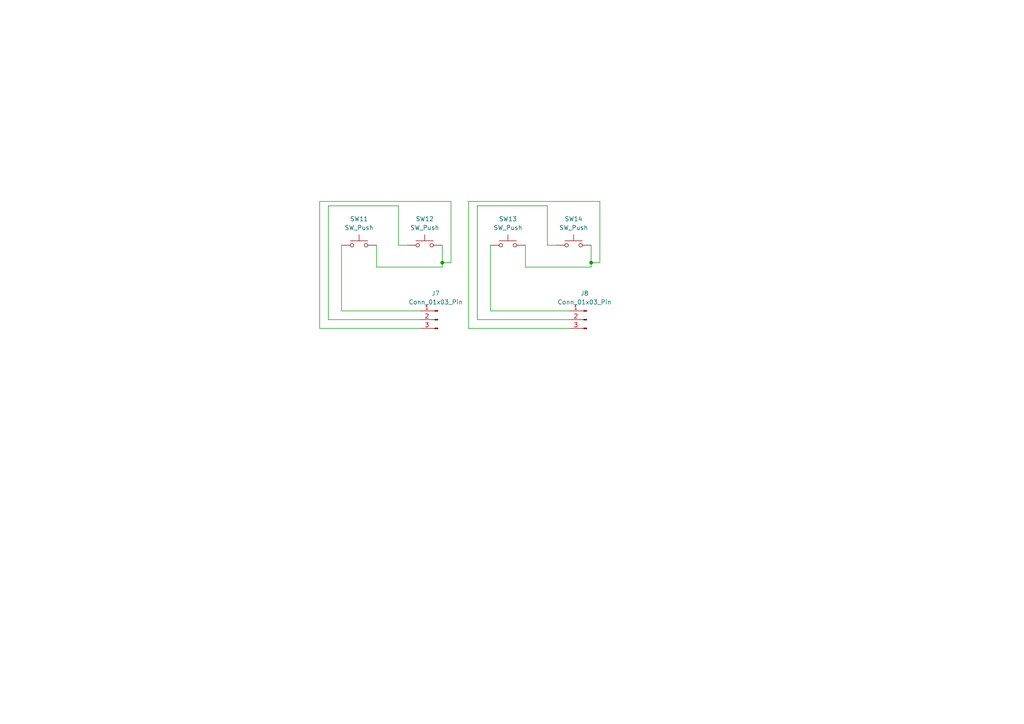
<source format=kicad_sch>
(kicad_sch (version 20230121) (generator eeschema)
  (paper "A4")
  (lib_symbols
    (symbol "Connector:Conn_01x03_Pin" (pin_names (offset 1.016) hide)
      (property "Reference" "J" (at 0 5.08 0))
      (property "Value" "Conn_01x03_Pin" (at 0 -5.08 0))
      (symbol "Conn_01x03_Pin_1_1"
        (polyline (pts (xy 1.27 -2.54) (xy 0.8636 -2.54)) (stroke (width 0.1524)))
        (polyline (pts (xy 1.27 0) (xy 0.8636 0)) (stroke (width 0.1524)))
        (polyline (pts (xy 1.27 2.54) (xy 0.8636 2.54)) (stroke (width 0.1524)))
        (rectangle (start 0.8636 -2.413) (end 0 -2.667) (stroke (width 0.1524)) (fill (type outline)))
        (rectangle (start 0.8636 0.127) (end 0 -0.127) (stroke (width 0.1524)) (fill (type outline)))
        (rectangle (start 0.8636 2.667) (end 0 2.413) (stroke (width 0.1524)) (fill (type outline)))
        (pin passive line (at 5.08 2.54 180) (length 3.81) (name "Pin_1") (number "1"))
        (pin passive line (at 5.08 0 180) (length 3.81) (name "Pin_2") (number "2"))
        (pin passive line (at 5.08 -2.54 180) (length 3.81) (name "Pin_3") (number "3"))
      )
    )
    (symbol "Switch:SW_Push" (pin_numbers hide) (pin_names (offset 1.016) hide)
      (property "Reference" "SW" (at 1.27 2.54 0))
      (property "Value" "SW_Push" (at 0 -1.524 0))
      (symbol "SW_Push_0_1"
        (circle (center -2.032 0) (radius 0.508))
        (polyline (pts (xy 0 1.27) (xy 0 3.048)))
        (polyline (pts (xy 2.54 1.27) (xy -2.54 1.27)))
        (circle (center 2.032 0) (radius 0.508))
        (pin passive line (at -5.08 0 0) (length 2.54) (name "1") (number "1"))
        (pin passive line (at 5.08 0 180) (length 2.54) (name "2") (number "2"))
      )
    )
  )
  (junction (at 171.45 76.2))
  (junction (at 128.27 76.2))
  (wire (pts (xy 158.75 59.69) (xy 158.75 71.12)))
  (wire (pts (xy 92.71 95.25) (xy 92.71 58.42)))
  (wire (pts (xy 95.25 92.71) (xy 95.25 59.69)))
  (wire (pts (xy 121.92 92.71) (xy 95.25 92.71)))
  (wire (pts (xy 165.1 95.25) (xy 135.89 95.25)))
  (wire (pts (xy 99.06 90.17) (xy 99.06 71.12)))
  (wire (pts (xy 130.81 58.42) (xy 130.81 76.2)))
  (wire (pts (xy 128.27 76.2) (xy 128.27 71.12)))
  (wire (pts (xy 152.4 77.47) (xy 171.45 77.47)))
  (wire (pts (xy 109.22 71.12) (xy 109.22 77.47)))
  (wire (pts (xy 121.92 95.25) (xy 92.71 95.25)))
  (wire (pts (xy 135.89 58.42) (xy 173.99 58.42)))
  (wire (pts (xy 138.43 59.69) (xy 158.75 59.69)))
  (wire (pts (xy 138.43 92.71) (xy 138.43 59.69)))
  (wire (pts (xy 165.1 92.71) (xy 138.43 92.71)))
  (wire (pts (xy 173.99 58.42) (xy 173.99 76.2)))
  (wire (pts (xy 115.57 71.12) (xy 118.11 71.12)))
  (wire (pts (xy 121.92 90.17) (xy 99.06 90.17)))
  (wire (pts (xy 115.57 59.69) (xy 115.57 71.12)))
  (wire (pts (xy 158.75 71.12) (xy 161.29 71.12)))
  (wire (pts (xy 165.1 90.17) (xy 142.24 90.17)))
  (wire (pts (xy 95.25 59.69) (xy 115.57 59.69)))
  (wire (pts (xy 92.71 58.42) (xy 130.81 58.42)))
  (wire (pts (xy 135.89 95.25) (xy 135.89 58.42)))
  (wire (pts (xy 142.24 90.17) (xy 142.24 71.12)))
  (wire (pts (xy 152.4 71.12) (xy 152.4 77.47)))
  (wire (pts (xy 171.45 76.2) (xy 173.99 76.2)))
  (wire (pts (xy 171.45 76.2) (xy 171.45 71.12)))
  (wire (pts (xy 171.45 77.47) (xy 171.45 76.2)))
  (wire (pts (xy 109.22 77.47) (xy 128.27 77.47)))
  (wire (pts (xy 128.27 77.47) (xy 128.27 76.2)))
  (wire (pts (xy 128.27 76.2) (xy 130.81 76.2)))
  (symbol (lib_id "Switch:SW_Push") (at 166.37 71.12 0) (unit 1)
    (property "Reference" "SW14" (at 166.37 63.5 0))
    (property "Value" "SW_Push" (at 166.37 66.04 0))
    (property "Footprint" "Button_Switch_THT:SW_PUSH_6mm_H5mm" (effects hide))
  )
  (symbol (lib_id "Switch:SW_Push") (at 147.32 71.12 0) (unit 1)
    (property "Reference" "SW13" (at 147.32 63.5 0))
    (property "Value" "SW_Push" (at 147.32 66.04 0))
    (property "Footprint" "Button_Switch_THT:SW_PUSH_6mm_H5mm" (effects hide))
  )
  (symbol (lib_id "Switch:SW_Push") (at 123.19 71.12 0) (unit 1)
    (property "Reference" "SW12" (at 123.19 63.5 0))
    (property "Value" "SW_Push" (at 123.19 66.04 0))
    (property "Footprint" "Button_Switch_THT:SW_PUSH_6mm_H5mm" (effects hide))
  )
  (symbol (lib_id "Connector:Conn_01x03_Pin") (at 170.18 92.71 0) (mirror y) (unit 1)
    (property "Reference" "J8" (at 169.545 85.09 0))
    (property "Value" "Conn_01x03_Pin" (at 169.545 87.63 0))
    (property "Footprint" "Connector_PinHeader_2.54mm:PinHeader_1x03_P2.54mm_Vertical" (effects hide))
  )
  (symbol (lib_id "Switch:SW_Push") (at 104.14 71.12 0) (unit 1)
    (property "Reference" "SW11" (at 104.14 63.5 0))
    (property "Value" "SW_Push" (at 104.14 66.04 0))
    (property "Footprint" "Button_Switch_THT:SW_PUSH_6mm_H5mm" (effects hide))
  )
  (symbol (lib_id "Connector:Conn_01x03_Pin") (at 127 92.71 0) (mirror y) (unit 1)
    (property "Reference" "J7" (at 126.365 85.09 0))
    (property "Value" "Conn_01x03_Pin" (at 126.365 87.63 0))
    (property "Footprint" "Connector_PinHeader_2.54mm:PinHeader_1x03_P2.54mm_Vertical" (effects hide))
  )
)
</source>
